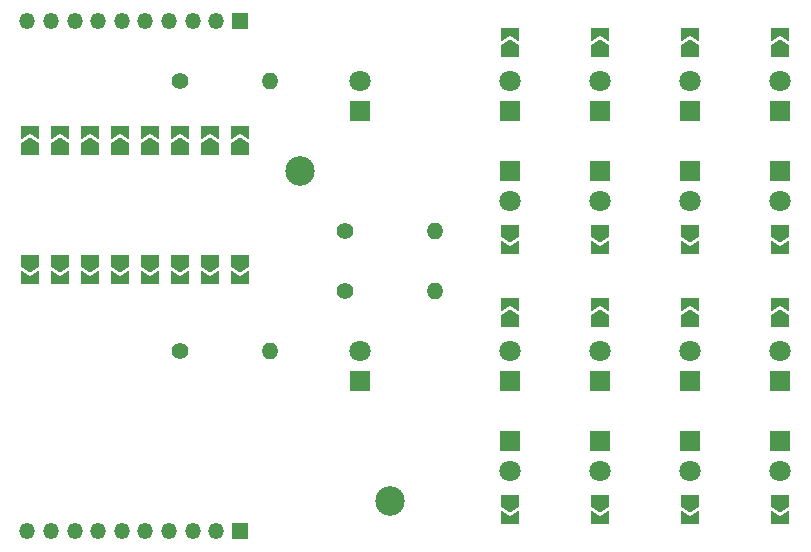
<source format=gbs>
%TF.GenerationSoftware,KiCad,Pcbnew,7.0.8*%
%TF.CreationDate,2023-10-07T23:44:30-07:00*%
%TF.ProjectId,htpm_control_module_display,6874706d-5f63-46f6-9e74-726f6c5f6d6f,1*%
%TF.SameCoordinates,Original*%
%TF.FileFunction,Soldermask,Bot*%
%TF.FilePolarity,Negative*%
%FSLAX46Y46*%
G04 Gerber Fmt 4.6, Leading zero omitted, Abs format (unit mm)*
G04 Created by KiCad (PCBNEW 7.0.8) date 2023-10-07 23:44:30*
%MOMM*%
%LPD*%
G01*
G04 APERTURE LIST*
G04 Aperture macros list*
%AMFreePoly0*
4,1,6,1.000000,0.000000,0.500000,-0.750000,-0.500000,-0.750000,-0.500000,0.750000,0.500000,0.750000,1.000000,0.000000,1.000000,0.000000,$1*%
%AMFreePoly1*
4,1,6,0.500000,-0.750000,-0.650000,-0.750000,-0.150000,0.000000,-0.650000,0.750000,0.500000,0.750000,0.500000,-0.750000,0.500000,-0.750000,$1*%
G04 Aperture macros list end*
%ADD10R,1.800000X1.800000*%
%ADD11C,1.800000*%
%ADD12C,1.400000*%
%ADD13O,1.400000X1.400000*%
%ADD14R,1.350000X1.350000*%
%ADD15O,1.350000X1.350000*%
%ADD16C,2.500000*%
%ADD17FreePoly0,90.000000*%
%ADD18FreePoly1,90.000000*%
%ADD19FreePoly0,270.000000*%
%ADD20FreePoly1,270.000000*%
G04 APERTURE END LIST*
D10*
%TO.C,D15*%
X154940000Y-111760000D03*
D11*
X154940000Y-114300000D03*
%TD*%
D10*
%TO.C,D2*%
X142240000Y-106680000D03*
D11*
X142240000Y-104140000D03*
%TD*%
D12*
%TO.C,R1*%
X127000000Y-81280000D03*
D13*
X134620000Y-81280000D03*
%TD*%
D10*
%TO.C,D1*%
X142240000Y-83820000D03*
D11*
X142240000Y-81280000D03*
%TD*%
D10*
%TO.C,D12*%
X162560000Y-106680000D03*
D11*
X162560000Y-104140000D03*
%TD*%
D10*
%TO.C,D5*%
X170180000Y-83820000D03*
D11*
X170180000Y-81280000D03*
%TD*%
D10*
%TO.C,D6*%
X177800000Y-83820000D03*
D11*
X177800000Y-81280000D03*
%TD*%
D10*
%TO.C,D8*%
X162560000Y-88900000D03*
D11*
X162560000Y-91440000D03*
%TD*%
D10*
%TO.C,D17*%
X170180000Y-111760000D03*
D11*
X170180000Y-114300000D03*
%TD*%
D14*
%TO.C,J1*%
X132080000Y-76200000D03*
D15*
X130080000Y-76200000D03*
X128080000Y-76200000D03*
X126080000Y-76200000D03*
X124080000Y-76200000D03*
X122080000Y-76200000D03*
X120080000Y-76200000D03*
X118080000Y-76200000D03*
X116080000Y-76200000D03*
X114080000Y-76200000D03*
%TD*%
D16*
%TO.C,H2*%
X144780000Y-116840000D03*
%TD*%
D12*
%TO.C,R3*%
X140970000Y-99060000D03*
D13*
X148590000Y-99060000D03*
%TD*%
D10*
%TO.C,D14*%
X177800000Y-106680000D03*
D11*
X177800000Y-104140000D03*
%TD*%
D10*
%TO.C,D10*%
X177800000Y-88900000D03*
D11*
X177800000Y-91440000D03*
%TD*%
D10*
%TO.C,D4*%
X162560000Y-83820000D03*
D11*
X162560000Y-81280000D03*
%TD*%
D10*
%TO.C,D3*%
X154940000Y-83820000D03*
D11*
X154940000Y-81280000D03*
%TD*%
D10*
%TO.C,D16*%
X162560000Y-111760000D03*
D11*
X162560000Y-114300000D03*
%TD*%
D10*
%TO.C,D18*%
X177800000Y-111760000D03*
D11*
X177800000Y-114300000D03*
%TD*%
D10*
%TO.C,D9*%
X170180000Y-88900000D03*
D11*
X170180000Y-91440000D03*
%TD*%
D10*
%TO.C,D13*%
X170180000Y-106680000D03*
D11*
X170180000Y-104140000D03*
%TD*%
D14*
%TO.C,J2*%
X132080000Y-119380000D03*
D15*
X130080000Y-119380000D03*
X128080000Y-119380000D03*
X126080000Y-119380000D03*
X124080000Y-119380000D03*
X122080000Y-119380000D03*
X120080000Y-119380000D03*
X118080000Y-119380000D03*
X116080000Y-119380000D03*
X114080000Y-119380000D03*
%TD*%
D16*
%TO.C,H1*%
X137160000Y-88900000D03*
%TD*%
D10*
%TO.C,D11*%
X154940000Y-106680000D03*
D11*
X154940000Y-104140000D03*
%TD*%
D12*
%TO.C,R4*%
X140970000Y-93980000D03*
D13*
X148590000Y-93980000D03*
%TD*%
D12*
%TO.C,R2*%
X127000000Y-104140000D03*
D13*
X134620000Y-104140000D03*
%TD*%
D10*
%TO.C,D7*%
X154940000Y-88900000D03*
D11*
X154940000Y-91440000D03*
%TD*%
D17*
%TO.C,JP25*%
X132080000Y-87085000D03*
D18*
X132080000Y-85635000D03*
%TD*%
D17*
%TO.C,JP26*%
X129540000Y-87085000D03*
D18*
X129540000Y-85635000D03*
%TD*%
D19*
%TO.C,JP14*%
X162560000Y-116840000D03*
D20*
X162560000Y-118290000D03*
%TD*%
D17*
%TO.C,JP30*%
X119380000Y-87085000D03*
D18*
X119380000Y-85635000D03*
%TD*%
D19*
%TO.C,JP15*%
X170180000Y-116840000D03*
D20*
X170180000Y-118290000D03*
%TD*%
D19*
%TO.C,JP22*%
X127000000Y-96520000D03*
D20*
X127000000Y-97970000D03*
%TD*%
D19*
%TO.C,JP18*%
X116840000Y-96520000D03*
D20*
X116840000Y-97970000D03*
%TD*%
D17*
%TO.C,JP28*%
X124460000Y-87085000D03*
D18*
X124460000Y-85635000D03*
%TD*%
D17*
%TO.C,JP29*%
X121920000Y-87085000D03*
D18*
X121920000Y-85635000D03*
%TD*%
D19*
%TO.C,JP20*%
X121920000Y-96520000D03*
D20*
X121920000Y-97970000D03*
%TD*%
D17*
%TO.C,JP27*%
X127000000Y-87085000D03*
D18*
X127000000Y-85635000D03*
%TD*%
D17*
%TO.C,JP12*%
X177800000Y-101600000D03*
D18*
X177800000Y-100150000D03*
%TD*%
D19*
%TO.C,JP24*%
X132080000Y-96520000D03*
D20*
X132080000Y-97970000D03*
%TD*%
D17*
%TO.C,JP11*%
X170180000Y-101600000D03*
D18*
X170180000Y-100150000D03*
%TD*%
D19*
%TO.C,JP13*%
X154940000Y-116840000D03*
D20*
X154940000Y-118290000D03*
%TD*%
D19*
%TO.C,JP8*%
X177800000Y-93980000D03*
D20*
X177800000Y-95430000D03*
%TD*%
D19*
%TO.C,JP5*%
X154940000Y-93980000D03*
D20*
X154940000Y-95430000D03*
%TD*%
D17*
%TO.C,JP2*%
X162560000Y-78740000D03*
D18*
X162560000Y-77290000D03*
%TD*%
D17*
%TO.C,JP32*%
X114300000Y-87085000D03*
D18*
X114300000Y-85635000D03*
%TD*%
D17*
%TO.C,JP3*%
X170180000Y-78740000D03*
D18*
X170180000Y-77290000D03*
%TD*%
D17*
%TO.C,JP31*%
X116840000Y-87085000D03*
D18*
X116840000Y-85635000D03*
%TD*%
D19*
%TO.C,JP21*%
X124460000Y-96520000D03*
D20*
X124460000Y-97970000D03*
%TD*%
D17*
%TO.C,JP9*%
X154940000Y-101600000D03*
D18*
X154940000Y-100150000D03*
%TD*%
D19*
%TO.C,JP16*%
X177800000Y-116840000D03*
D20*
X177800000Y-118290000D03*
%TD*%
D17*
%TO.C,JP10*%
X162560000Y-101600000D03*
D18*
X162560000Y-100150000D03*
%TD*%
D17*
%TO.C,JP4*%
X177800000Y-78740000D03*
D18*
X177800000Y-77290000D03*
%TD*%
D19*
%TO.C,JP6*%
X162560000Y-93980000D03*
D20*
X162560000Y-95430000D03*
%TD*%
D19*
%TO.C,JP19*%
X119380000Y-96520000D03*
D20*
X119380000Y-97970000D03*
%TD*%
D19*
%TO.C,JP23*%
X129540000Y-96520000D03*
D20*
X129540000Y-97970000D03*
%TD*%
D19*
%TO.C,JP7*%
X170180000Y-93980000D03*
D20*
X170180000Y-95430000D03*
%TD*%
D19*
%TO.C,JP17*%
X114300000Y-96520000D03*
D20*
X114300000Y-97970000D03*
%TD*%
D17*
%TO.C,JP1*%
X154940000Y-78740000D03*
D18*
X154940000Y-77290000D03*
%TD*%
M02*

</source>
